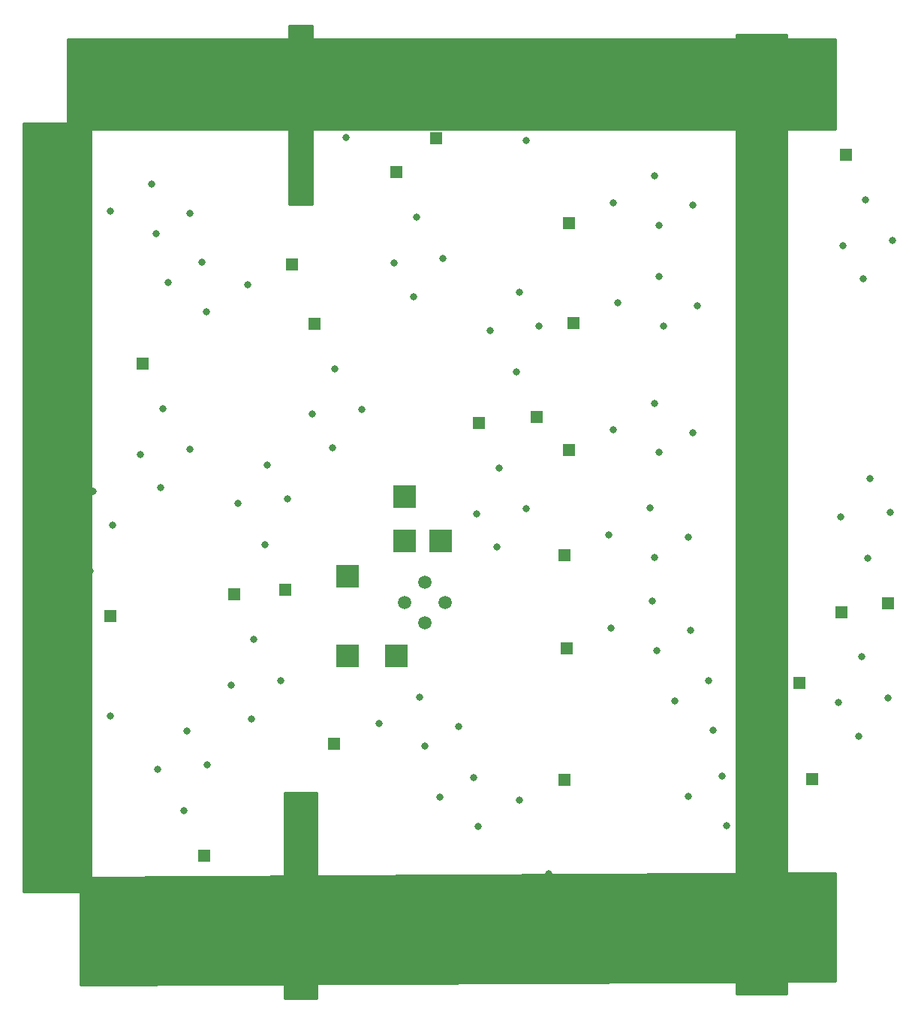
<source format=gbs>
G75*
%MOIN*%
%OFA0B0*%
%FSLAX25Y25*%
%IPPOS*%
%LPD*%
%AMOC8*
5,1,8,0,0,1.08239X$1,22.5*
%
%ADD10C,0.01600*%
%ADD11R,0.05792X0.05792*%
%ADD12C,0.03162*%
%ADD13R,0.05792X0.05792*%
%ADD14C,0.05950*%
%ADD15R,0.10249X0.10249*%
%ADD16C,0.17635*%
D10*
X0082509Y0049044D02*
X0082509Y0096288D01*
X0417154Y0098257D01*
X0417154Y0051013D01*
X0082509Y0049044D01*
X0082509Y0049177D02*
X0105104Y0049177D01*
X0082509Y0050776D02*
X0376850Y0050776D01*
X0373847Y0050776D02*
X0395501Y0050776D01*
X0395501Y0052374D02*
X0373847Y0052374D01*
X0373847Y0053973D02*
X0395501Y0053973D01*
X0395501Y0055571D02*
X0373847Y0055571D01*
X0373847Y0057170D02*
X0395501Y0057170D01*
X0395501Y0058768D02*
X0373847Y0058768D01*
X0373847Y0060367D02*
X0395501Y0060367D01*
X0395501Y0061965D02*
X0373847Y0061965D01*
X0373847Y0063564D02*
X0395501Y0063564D01*
X0395501Y0065162D02*
X0373847Y0065162D01*
X0373847Y0066761D02*
X0395501Y0066761D01*
X0395501Y0068359D02*
X0373847Y0068359D01*
X0373847Y0069958D02*
X0395501Y0069958D01*
X0395501Y0071556D02*
X0373847Y0071556D01*
X0373847Y0073155D02*
X0395501Y0073155D01*
X0395501Y0074753D02*
X0373847Y0074753D01*
X0373847Y0076352D02*
X0395501Y0076352D01*
X0395501Y0077950D02*
X0373847Y0077950D01*
X0373847Y0079549D02*
X0395501Y0079549D01*
X0395501Y0081147D02*
X0373847Y0081147D01*
X0373847Y0082746D02*
X0395501Y0082746D01*
X0395501Y0084344D02*
X0373847Y0084344D01*
X0373847Y0085943D02*
X0395501Y0085943D01*
X0395501Y0087541D02*
X0373847Y0087541D01*
X0373847Y0089140D02*
X0395501Y0089140D01*
X0395501Y0090738D02*
X0373847Y0090738D01*
X0373847Y0092337D02*
X0395501Y0092337D01*
X0395501Y0093935D02*
X0373847Y0093935D01*
X0373847Y0095534D02*
X0395501Y0095534D01*
X0395501Y0097132D02*
X0373847Y0097132D01*
X0373847Y0098731D02*
X0395501Y0098731D01*
X0395501Y0100329D02*
X0373847Y0100329D01*
X0373847Y0101928D02*
X0395501Y0101928D01*
X0395501Y0103526D02*
X0373847Y0103526D01*
X0373847Y0105125D02*
X0395501Y0105125D01*
X0395501Y0106723D02*
X0373847Y0106723D01*
X0373847Y0108322D02*
X0395501Y0108322D01*
X0395501Y0109920D02*
X0373847Y0109920D01*
X0373847Y0111519D02*
X0395501Y0111519D01*
X0395501Y0113117D02*
X0373847Y0113117D01*
X0373847Y0114716D02*
X0395501Y0114716D01*
X0395501Y0116314D02*
X0373847Y0116314D01*
X0373847Y0117913D02*
X0395501Y0117913D01*
X0395501Y0119512D02*
X0373847Y0119512D01*
X0373847Y0121110D02*
X0395501Y0121110D01*
X0395501Y0122709D02*
X0373847Y0122709D01*
X0373847Y0124307D02*
X0395501Y0124307D01*
X0395501Y0125906D02*
X0373847Y0125906D01*
X0373847Y0127504D02*
X0395501Y0127504D01*
X0395501Y0129103D02*
X0373847Y0129103D01*
X0373847Y0130701D02*
X0395501Y0130701D01*
X0395501Y0132300D02*
X0373847Y0132300D01*
X0373847Y0133898D02*
X0395501Y0133898D01*
X0395501Y0135497D02*
X0373847Y0135497D01*
X0373847Y0137095D02*
X0395501Y0137095D01*
X0395501Y0138694D02*
X0373847Y0138694D01*
X0373847Y0140292D02*
X0395501Y0140292D01*
X0395501Y0141891D02*
X0373847Y0141891D01*
X0373847Y0143489D02*
X0395501Y0143489D01*
X0395501Y0145088D02*
X0373847Y0145088D01*
X0373847Y0146686D02*
X0395501Y0146686D01*
X0395501Y0148285D02*
X0373847Y0148285D01*
X0373847Y0149883D02*
X0395501Y0149883D01*
X0395501Y0151482D02*
X0373847Y0151482D01*
X0373847Y0153080D02*
X0395501Y0153080D01*
X0395501Y0154679D02*
X0373847Y0154679D01*
X0373847Y0156277D02*
X0395501Y0156277D01*
X0395501Y0157876D02*
X0373847Y0157876D01*
X0373847Y0159474D02*
X0395501Y0159474D01*
X0395501Y0161073D02*
X0373847Y0161073D01*
X0373847Y0162671D02*
X0395501Y0162671D01*
X0395501Y0164270D02*
X0373847Y0164270D01*
X0373847Y0165868D02*
X0395501Y0165868D01*
X0395501Y0167467D02*
X0373847Y0167467D01*
X0373847Y0169065D02*
X0395501Y0169065D01*
X0395501Y0170664D02*
X0373847Y0170664D01*
X0373847Y0172262D02*
X0395501Y0172262D01*
X0395501Y0173861D02*
X0373847Y0173861D01*
X0373847Y0175459D02*
X0395501Y0175459D01*
X0395501Y0177058D02*
X0373847Y0177058D01*
X0373847Y0178656D02*
X0395501Y0178656D01*
X0395501Y0180255D02*
X0373847Y0180255D01*
X0373847Y0181853D02*
X0395501Y0181853D01*
X0395501Y0183452D02*
X0373847Y0183452D01*
X0373847Y0185050D02*
X0395501Y0185050D01*
X0395501Y0186649D02*
X0373847Y0186649D01*
X0373847Y0188247D02*
X0395501Y0188247D01*
X0395501Y0189846D02*
X0373847Y0189846D01*
X0373847Y0191445D02*
X0395501Y0191445D01*
X0395501Y0193043D02*
X0373847Y0193043D01*
X0373847Y0194642D02*
X0395501Y0194642D01*
X0395501Y0196240D02*
X0373847Y0196240D01*
X0373847Y0197839D02*
X0395501Y0197839D01*
X0395501Y0199437D02*
X0373847Y0199437D01*
X0373847Y0201036D02*
X0395501Y0201036D01*
X0395501Y0202634D02*
X0373847Y0202634D01*
X0373847Y0204233D02*
X0395501Y0204233D01*
X0395501Y0205831D02*
X0373847Y0205831D01*
X0373847Y0207430D02*
X0395501Y0207430D01*
X0395501Y0209028D02*
X0373847Y0209028D01*
X0373847Y0210627D02*
X0395501Y0210627D01*
X0395501Y0212225D02*
X0373847Y0212225D01*
X0373847Y0213824D02*
X0395501Y0213824D01*
X0395501Y0215422D02*
X0373847Y0215422D01*
X0373847Y0217021D02*
X0395501Y0217021D01*
X0395501Y0218619D02*
X0373847Y0218619D01*
X0373847Y0220218D02*
X0395501Y0220218D01*
X0395501Y0221816D02*
X0373847Y0221816D01*
X0373847Y0223415D02*
X0395501Y0223415D01*
X0395501Y0225013D02*
X0373847Y0225013D01*
X0373847Y0226612D02*
X0395501Y0226612D01*
X0395501Y0228210D02*
X0373847Y0228210D01*
X0373847Y0229809D02*
X0395501Y0229809D01*
X0395501Y0231407D02*
X0373847Y0231407D01*
X0373847Y0233006D02*
X0395501Y0233006D01*
X0395501Y0234604D02*
X0373847Y0234604D01*
X0373847Y0236203D02*
X0395501Y0236203D01*
X0395501Y0237801D02*
X0373847Y0237801D01*
X0373847Y0239400D02*
X0395501Y0239400D01*
X0395501Y0240998D02*
X0373847Y0240998D01*
X0373847Y0242597D02*
X0395501Y0242597D01*
X0395501Y0244195D02*
X0373847Y0244195D01*
X0373847Y0245794D02*
X0395501Y0245794D01*
X0395501Y0247392D02*
X0373847Y0247392D01*
X0373847Y0248991D02*
X0395501Y0248991D01*
X0395501Y0250589D02*
X0373847Y0250589D01*
X0373847Y0252188D02*
X0395501Y0252188D01*
X0395501Y0253786D02*
X0373847Y0253786D01*
X0373847Y0255385D02*
X0395501Y0255385D01*
X0395501Y0256983D02*
X0373847Y0256983D01*
X0373847Y0258582D02*
X0395501Y0258582D01*
X0395501Y0260180D02*
X0373847Y0260180D01*
X0373847Y0261779D02*
X0395501Y0261779D01*
X0395501Y0263378D02*
X0373847Y0263378D01*
X0373847Y0264976D02*
X0395501Y0264976D01*
X0395501Y0266575D02*
X0373847Y0266575D01*
X0373847Y0268173D02*
X0395501Y0268173D01*
X0395501Y0269772D02*
X0373847Y0269772D01*
X0373847Y0271370D02*
X0395501Y0271370D01*
X0395501Y0272969D02*
X0373847Y0272969D01*
X0373847Y0274567D02*
X0395501Y0274567D01*
X0395501Y0276166D02*
X0373847Y0276166D01*
X0373847Y0277764D02*
X0395501Y0277764D01*
X0395501Y0279363D02*
X0373847Y0279363D01*
X0373847Y0280961D02*
X0395501Y0280961D01*
X0395501Y0282560D02*
X0373847Y0282560D01*
X0373847Y0284158D02*
X0395501Y0284158D01*
X0395501Y0285757D02*
X0373847Y0285757D01*
X0373847Y0287355D02*
X0395501Y0287355D01*
X0395501Y0288954D02*
X0373847Y0288954D01*
X0373847Y0290552D02*
X0395501Y0290552D01*
X0395501Y0292151D02*
X0373847Y0292151D01*
X0373847Y0293749D02*
X0395501Y0293749D01*
X0395501Y0295348D02*
X0373847Y0295348D01*
X0373847Y0296946D02*
X0395501Y0296946D01*
X0395501Y0298545D02*
X0373847Y0298545D01*
X0373847Y0300143D02*
X0395501Y0300143D01*
X0395501Y0301742D02*
X0373847Y0301742D01*
X0373847Y0303340D02*
X0395501Y0303340D01*
X0395501Y0304939D02*
X0373847Y0304939D01*
X0373847Y0306537D02*
X0395501Y0306537D01*
X0395501Y0308136D02*
X0373847Y0308136D01*
X0373847Y0309734D02*
X0395501Y0309734D01*
X0395501Y0311333D02*
X0373847Y0311333D01*
X0373847Y0312931D02*
X0395501Y0312931D01*
X0395501Y0314530D02*
X0373847Y0314530D01*
X0373847Y0316128D02*
X0395501Y0316128D01*
X0395501Y0317727D02*
X0373847Y0317727D01*
X0373847Y0319325D02*
X0395501Y0319325D01*
X0395501Y0320924D02*
X0373847Y0320924D01*
X0373847Y0322522D02*
X0395501Y0322522D01*
X0395501Y0324121D02*
X0373847Y0324121D01*
X0373847Y0325719D02*
X0395501Y0325719D01*
X0395501Y0327318D02*
X0373847Y0327318D01*
X0373847Y0328916D02*
X0395501Y0328916D01*
X0395501Y0330515D02*
X0373847Y0330515D01*
X0373847Y0332114D02*
X0395501Y0332114D01*
X0395501Y0333712D02*
X0373847Y0333712D01*
X0373847Y0335311D02*
X0395501Y0335311D01*
X0395501Y0336909D02*
X0373847Y0336909D01*
X0373847Y0338508D02*
X0395501Y0338508D01*
X0395501Y0340106D02*
X0373847Y0340106D01*
X0373847Y0341705D02*
X0395501Y0341705D01*
X0395501Y0343303D02*
X0373847Y0343303D01*
X0373847Y0344902D02*
X0395501Y0344902D01*
X0395501Y0346500D02*
X0373847Y0346500D01*
X0373847Y0348099D02*
X0395501Y0348099D01*
X0395501Y0349697D02*
X0373847Y0349697D01*
X0373847Y0351296D02*
X0395501Y0351296D01*
X0395501Y0352894D02*
X0373847Y0352894D01*
X0373847Y0354493D02*
X0395501Y0354493D01*
X0395501Y0356091D02*
X0373847Y0356091D01*
X0373847Y0357690D02*
X0395501Y0357690D01*
X0395501Y0359288D02*
X0373847Y0359288D01*
X0373847Y0360887D02*
X0395501Y0360887D01*
X0395501Y0362485D02*
X0373847Y0362485D01*
X0373847Y0364084D02*
X0395501Y0364084D01*
X0395501Y0365682D02*
X0373847Y0365682D01*
X0373847Y0367281D02*
X0395501Y0367281D01*
X0395501Y0368879D02*
X0373847Y0368879D01*
X0373847Y0370478D02*
X0395501Y0370478D01*
X0395501Y0372076D02*
X0373847Y0372076D01*
X0373847Y0373675D02*
X0395501Y0373675D01*
X0395501Y0375273D02*
X0373847Y0375273D01*
X0373847Y0376872D02*
X0395501Y0376872D01*
X0395501Y0378470D02*
X0373847Y0378470D01*
X0373847Y0380069D02*
X0395501Y0380069D01*
X0395501Y0381667D02*
X0373847Y0381667D01*
X0373847Y0383266D02*
X0395501Y0383266D01*
X0395501Y0384864D02*
X0373847Y0384864D01*
X0373847Y0386463D02*
X0395501Y0386463D01*
X0395501Y0388061D02*
X0373847Y0388061D01*
X0373847Y0389660D02*
X0395501Y0389660D01*
X0395501Y0391258D02*
X0373847Y0391258D01*
X0373847Y0392857D02*
X0395501Y0392857D01*
X0395501Y0394455D02*
X0373847Y0394455D01*
X0373847Y0396054D02*
X0395501Y0396054D01*
X0395501Y0397652D02*
X0373847Y0397652D01*
X0373847Y0399251D02*
X0395501Y0399251D01*
X0395501Y0400849D02*
X0373847Y0400849D01*
X0373847Y0402448D02*
X0395501Y0402448D01*
X0395501Y0404047D02*
X0373847Y0404047D01*
X0373847Y0405645D02*
X0395501Y0405645D01*
X0395501Y0407244D02*
X0373847Y0407244D01*
X0373847Y0408842D02*
X0395501Y0408842D01*
X0395501Y0410441D02*
X0373847Y0410441D01*
X0373847Y0412039D02*
X0395501Y0412039D01*
X0395501Y0413638D02*
X0373847Y0413638D01*
X0373847Y0415236D02*
X0395501Y0415236D01*
X0395501Y0416835D02*
X0373847Y0416835D01*
X0373847Y0418433D02*
X0395501Y0418433D01*
X0395501Y0420032D02*
X0373847Y0420032D01*
X0373847Y0421630D02*
X0395501Y0421630D01*
X0395501Y0423229D02*
X0373847Y0423229D01*
X0373847Y0424827D02*
X0395501Y0424827D01*
X0395501Y0426426D02*
X0373847Y0426426D01*
X0373847Y0428024D02*
X0395501Y0428024D01*
X0395501Y0429623D02*
X0373847Y0429623D01*
X0373847Y0431221D02*
X0395501Y0431221D01*
X0395501Y0432820D02*
X0373847Y0432820D01*
X0373847Y0434418D02*
X0395501Y0434418D01*
X0395501Y0436017D02*
X0373847Y0436017D01*
X0373847Y0437615D02*
X0395501Y0437615D01*
X0395501Y0439214D02*
X0373847Y0439214D01*
X0373847Y0440812D02*
X0395501Y0440812D01*
X0395501Y0442411D02*
X0373847Y0442411D01*
X0373847Y0444009D02*
X0395501Y0444009D01*
X0395501Y0445608D02*
X0373847Y0445608D01*
X0373847Y0447206D02*
X0395501Y0447206D01*
X0395501Y0448805D02*
X0373847Y0448805D01*
X0373847Y0450403D02*
X0395501Y0450403D01*
X0395501Y0452002D02*
X0373847Y0452002D01*
X0373847Y0453600D02*
X0395501Y0453600D01*
X0395501Y0455199D02*
X0373847Y0455199D01*
X0373847Y0456797D02*
X0395501Y0456797D01*
X0395501Y0458396D02*
X0373847Y0458396D01*
X0373847Y0459994D02*
X0395501Y0459994D01*
X0395501Y0461593D02*
X0373847Y0461593D01*
X0373847Y0463191D02*
X0395501Y0463191D01*
X0395501Y0464790D02*
X0373847Y0464790D01*
X0373847Y0466388D02*
X0395501Y0466388D01*
X0395501Y0467987D02*
X0373847Y0467987D01*
X0373847Y0469585D02*
X0395501Y0469585D01*
X0395501Y0470304D02*
X0373847Y0470304D01*
X0373847Y0045107D01*
X0395501Y0045107D01*
X0395501Y0470304D01*
X0417154Y0468335D02*
X0417154Y0428965D01*
X0076603Y0428965D01*
X0076603Y0468335D01*
X0417154Y0468335D01*
X0417154Y0467987D02*
X0076603Y0467987D01*
X0076603Y0466388D02*
X0417154Y0466388D01*
X0417154Y0464790D02*
X0076603Y0464790D01*
X0076603Y0463191D02*
X0417154Y0463191D01*
X0417154Y0461593D02*
X0076603Y0461593D01*
X0076603Y0459994D02*
X0417154Y0459994D01*
X0417154Y0458396D02*
X0076603Y0458396D01*
X0076603Y0456797D02*
X0417154Y0456797D01*
X0417154Y0455199D02*
X0076603Y0455199D01*
X0076603Y0453600D02*
X0417154Y0453600D01*
X0417154Y0452002D02*
X0076603Y0452002D01*
X0076603Y0450403D02*
X0417154Y0450403D01*
X0417154Y0448805D02*
X0076603Y0448805D01*
X0076603Y0447206D02*
X0417154Y0447206D01*
X0417154Y0445608D02*
X0076603Y0445608D01*
X0076603Y0444009D02*
X0417154Y0444009D01*
X0417154Y0442411D02*
X0076603Y0442411D01*
X0076603Y0440812D02*
X0417154Y0440812D01*
X0417154Y0439214D02*
X0076603Y0439214D01*
X0076603Y0437615D02*
X0417154Y0437615D01*
X0417154Y0436017D02*
X0076603Y0436017D01*
X0076603Y0434418D02*
X0417154Y0434418D01*
X0417154Y0432820D02*
X0076603Y0432820D01*
X0076603Y0431221D02*
X0417154Y0431221D01*
X0417154Y0429623D02*
X0076603Y0429623D01*
X0086446Y0429623D02*
X0056918Y0429623D01*
X0056918Y0430934D02*
X0086446Y0430934D01*
X0086446Y0090383D01*
X0056918Y0090383D01*
X0056918Y0430934D01*
X0056918Y0428024D02*
X0086446Y0428024D01*
X0086446Y0426426D02*
X0056918Y0426426D01*
X0056918Y0424827D02*
X0086446Y0424827D01*
X0086446Y0423229D02*
X0056918Y0423229D01*
X0056918Y0421630D02*
X0086446Y0421630D01*
X0086446Y0420032D02*
X0056918Y0420032D01*
X0056918Y0418433D02*
X0086446Y0418433D01*
X0086446Y0416835D02*
X0056918Y0416835D01*
X0056918Y0415236D02*
X0086446Y0415236D01*
X0086446Y0413638D02*
X0056918Y0413638D01*
X0056918Y0412039D02*
X0086446Y0412039D01*
X0086446Y0410441D02*
X0056918Y0410441D01*
X0056918Y0408842D02*
X0086446Y0408842D01*
X0086446Y0407244D02*
X0056918Y0407244D01*
X0056918Y0405645D02*
X0086446Y0405645D01*
X0086446Y0404047D02*
X0056918Y0404047D01*
X0056918Y0402448D02*
X0086446Y0402448D01*
X0086446Y0400849D02*
X0056918Y0400849D01*
X0056918Y0399251D02*
X0086446Y0399251D01*
X0086446Y0397652D02*
X0056918Y0397652D01*
X0056918Y0396054D02*
X0086446Y0396054D01*
X0086446Y0394455D02*
X0056918Y0394455D01*
X0056918Y0392857D02*
X0086446Y0392857D01*
X0086446Y0391258D02*
X0056918Y0391258D01*
X0056918Y0389660D02*
X0086446Y0389660D01*
X0086446Y0388061D02*
X0056918Y0388061D01*
X0056918Y0386463D02*
X0086446Y0386463D01*
X0086446Y0384864D02*
X0056918Y0384864D01*
X0056918Y0383266D02*
X0086446Y0383266D01*
X0086446Y0381667D02*
X0056918Y0381667D01*
X0056918Y0380069D02*
X0086446Y0380069D01*
X0086446Y0378470D02*
X0056918Y0378470D01*
X0056918Y0376872D02*
X0086446Y0376872D01*
X0086446Y0375273D02*
X0056918Y0375273D01*
X0056918Y0373675D02*
X0086446Y0373675D01*
X0086446Y0372076D02*
X0056918Y0372076D01*
X0056918Y0370478D02*
X0086446Y0370478D01*
X0086446Y0368879D02*
X0056918Y0368879D01*
X0056918Y0367281D02*
X0086446Y0367281D01*
X0086446Y0365682D02*
X0056918Y0365682D01*
X0056918Y0364084D02*
X0086446Y0364084D01*
X0086446Y0362485D02*
X0056918Y0362485D01*
X0056918Y0360887D02*
X0086446Y0360887D01*
X0086446Y0359288D02*
X0056918Y0359288D01*
X0056918Y0357690D02*
X0086446Y0357690D01*
X0086446Y0356091D02*
X0056918Y0356091D01*
X0056918Y0354493D02*
X0086446Y0354493D01*
X0086446Y0352894D02*
X0056918Y0352894D01*
X0056918Y0351296D02*
X0086446Y0351296D01*
X0086446Y0349697D02*
X0056918Y0349697D01*
X0056918Y0348099D02*
X0086446Y0348099D01*
X0086446Y0346500D02*
X0056918Y0346500D01*
X0056918Y0344902D02*
X0086446Y0344902D01*
X0086446Y0343303D02*
X0056918Y0343303D01*
X0056918Y0341705D02*
X0086446Y0341705D01*
X0086446Y0340106D02*
X0056918Y0340106D01*
X0056918Y0338508D02*
X0086446Y0338508D01*
X0086446Y0336909D02*
X0056918Y0336909D01*
X0056918Y0335311D02*
X0086446Y0335311D01*
X0086446Y0333712D02*
X0056918Y0333712D01*
X0056918Y0332114D02*
X0086446Y0332114D01*
X0086446Y0330515D02*
X0056918Y0330515D01*
X0056918Y0328916D02*
X0086446Y0328916D01*
X0086446Y0327318D02*
X0056918Y0327318D01*
X0056918Y0325719D02*
X0086446Y0325719D01*
X0086446Y0324121D02*
X0056918Y0324121D01*
X0056918Y0322522D02*
X0086446Y0322522D01*
X0086446Y0320924D02*
X0056918Y0320924D01*
X0056918Y0319325D02*
X0086446Y0319325D01*
X0086446Y0317727D02*
X0056918Y0317727D01*
X0056918Y0316128D02*
X0086446Y0316128D01*
X0086446Y0314530D02*
X0056918Y0314530D01*
X0056918Y0312931D02*
X0086446Y0312931D01*
X0086446Y0311333D02*
X0056918Y0311333D01*
X0056918Y0309734D02*
X0086446Y0309734D01*
X0086446Y0308136D02*
X0056918Y0308136D01*
X0056918Y0306537D02*
X0086446Y0306537D01*
X0086446Y0304939D02*
X0056918Y0304939D01*
X0056918Y0303340D02*
X0086446Y0303340D01*
X0086446Y0301742D02*
X0056918Y0301742D01*
X0056918Y0300143D02*
X0086446Y0300143D01*
X0086446Y0298545D02*
X0056918Y0298545D01*
X0056918Y0296946D02*
X0086446Y0296946D01*
X0086446Y0295348D02*
X0056918Y0295348D01*
X0056918Y0293749D02*
X0086446Y0293749D01*
X0086446Y0292151D02*
X0056918Y0292151D01*
X0056918Y0290552D02*
X0086446Y0290552D01*
X0086446Y0288954D02*
X0056918Y0288954D01*
X0056918Y0287355D02*
X0086446Y0287355D01*
X0086446Y0285757D02*
X0056918Y0285757D01*
X0056918Y0284158D02*
X0086446Y0284158D01*
X0086446Y0282560D02*
X0056918Y0282560D01*
X0056918Y0280961D02*
X0086446Y0280961D01*
X0086446Y0279363D02*
X0056918Y0279363D01*
X0056918Y0277764D02*
X0086446Y0277764D01*
X0086446Y0276166D02*
X0056918Y0276166D01*
X0056918Y0274567D02*
X0086446Y0274567D01*
X0086446Y0272969D02*
X0056918Y0272969D01*
X0056918Y0271370D02*
X0086446Y0271370D01*
X0086446Y0269772D02*
X0056918Y0269772D01*
X0056918Y0268173D02*
X0086446Y0268173D01*
X0086446Y0266575D02*
X0056918Y0266575D01*
X0056918Y0264976D02*
X0086446Y0264976D01*
X0086446Y0263378D02*
X0056918Y0263378D01*
X0056918Y0261779D02*
X0086446Y0261779D01*
X0086446Y0260180D02*
X0056918Y0260180D01*
X0056918Y0258582D02*
X0086446Y0258582D01*
X0086446Y0256983D02*
X0056918Y0256983D01*
X0056918Y0255385D02*
X0086446Y0255385D01*
X0086446Y0253786D02*
X0056918Y0253786D01*
X0056918Y0252188D02*
X0086446Y0252188D01*
X0086446Y0250589D02*
X0056918Y0250589D01*
X0056918Y0248991D02*
X0086446Y0248991D01*
X0086446Y0247392D02*
X0056918Y0247392D01*
X0056918Y0245794D02*
X0086446Y0245794D01*
X0086446Y0244195D02*
X0056918Y0244195D01*
X0056918Y0242597D02*
X0086446Y0242597D01*
X0086446Y0240998D02*
X0056918Y0240998D01*
X0056918Y0239400D02*
X0086446Y0239400D01*
X0086446Y0237801D02*
X0056918Y0237801D01*
X0056918Y0236203D02*
X0086446Y0236203D01*
X0086446Y0234604D02*
X0056918Y0234604D01*
X0056918Y0233006D02*
X0086446Y0233006D01*
X0086446Y0231407D02*
X0056918Y0231407D01*
X0056918Y0229809D02*
X0086446Y0229809D01*
X0086446Y0228210D02*
X0056918Y0228210D01*
X0056918Y0226612D02*
X0086446Y0226612D01*
X0086446Y0225013D02*
X0056918Y0225013D01*
X0056918Y0223415D02*
X0086446Y0223415D01*
X0086446Y0221816D02*
X0056918Y0221816D01*
X0056918Y0220218D02*
X0086446Y0220218D01*
X0086446Y0218619D02*
X0056918Y0218619D01*
X0056918Y0217021D02*
X0086446Y0217021D01*
X0086446Y0215422D02*
X0056918Y0215422D01*
X0056918Y0213824D02*
X0086446Y0213824D01*
X0086446Y0212225D02*
X0056918Y0212225D01*
X0056918Y0210627D02*
X0086446Y0210627D01*
X0086446Y0209028D02*
X0056918Y0209028D01*
X0056918Y0207430D02*
X0086446Y0207430D01*
X0086446Y0205831D02*
X0056918Y0205831D01*
X0056918Y0204233D02*
X0086446Y0204233D01*
X0086446Y0202634D02*
X0056918Y0202634D01*
X0056918Y0201036D02*
X0086446Y0201036D01*
X0086446Y0199437D02*
X0056918Y0199437D01*
X0056918Y0197839D02*
X0086446Y0197839D01*
X0086446Y0196240D02*
X0056918Y0196240D01*
X0056918Y0194642D02*
X0086446Y0194642D01*
X0086446Y0193043D02*
X0056918Y0193043D01*
X0056918Y0191445D02*
X0086446Y0191445D01*
X0086446Y0189846D02*
X0056918Y0189846D01*
X0056918Y0188247D02*
X0086446Y0188247D01*
X0086446Y0186649D02*
X0056918Y0186649D01*
X0056918Y0185050D02*
X0086446Y0185050D01*
X0086446Y0183452D02*
X0056918Y0183452D01*
X0056918Y0181853D02*
X0086446Y0181853D01*
X0086446Y0180255D02*
X0056918Y0180255D01*
X0056918Y0178656D02*
X0086446Y0178656D01*
X0086446Y0177058D02*
X0056918Y0177058D01*
X0056918Y0175459D02*
X0086446Y0175459D01*
X0086446Y0173861D02*
X0056918Y0173861D01*
X0056918Y0172262D02*
X0086446Y0172262D01*
X0086446Y0170664D02*
X0056918Y0170664D01*
X0056918Y0169065D02*
X0086446Y0169065D01*
X0086446Y0167467D02*
X0056918Y0167467D01*
X0056918Y0165868D02*
X0086446Y0165868D01*
X0086446Y0164270D02*
X0056918Y0164270D01*
X0056918Y0162671D02*
X0086446Y0162671D01*
X0086446Y0161073D02*
X0056918Y0161073D01*
X0056918Y0159474D02*
X0086446Y0159474D01*
X0086446Y0157876D02*
X0056918Y0157876D01*
X0056918Y0156277D02*
X0086446Y0156277D01*
X0086446Y0154679D02*
X0056918Y0154679D01*
X0056918Y0153080D02*
X0086446Y0153080D01*
X0086446Y0151482D02*
X0056918Y0151482D01*
X0056918Y0149883D02*
X0086446Y0149883D01*
X0086446Y0148285D02*
X0056918Y0148285D01*
X0056918Y0146686D02*
X0086446Y0146686D01*
X0086446Y0145088D02*
X0056918Y0145088D01*
X0056918Y0143489D02*
X0086446Y0143489D01*
X0086446Y0141891D02*
X0056918Y0141891D01*
X0056918Y0140292D02*
X0086446Y0140292D01*
X0086446Y0138694D02*
X0056918Y0138694D01*
X0056918Y0137095D02*
X0086446Y0137095D01*
X0086446Y0135497D02*
X0056918Y0135497D01*
X0056918Y0133898D02*
X0086446Y0133898D01*
X0086446Y0132300D02*
X0056918Y0132300D01*
X0056918Y0130701D02*
X0086446Y0130701D01*
X0086446Y0129103D02*
X0056918Y0129103D01*
X0056918Y0127504D02*
X0086446Y0127504D01*
X0086446Y0125906D02*
X0056918Y0125906D01*
X0056918Y0124307D02*
X0086446Y0124307D01*
X0086446Y0122709D02*
X0056918Y0122709D01*
X0056918Y0121110D02*
X0086446Y0121110D01*
X0086446Y0119512D02*
X0056918Y0119512D01*
X0056918Y0117913D02*
X0086446Y0117913D01*
X0086446Y0116314D02*
X0056918Y0116314D01*
X0056918Y0114716D02*
X0086446Y0114716D01*
X0086446Y0113117D02*
X0056918Y0113117D01*
X0056918Y0111519D02*
X0086446Y0111519D01*
X0086446Y0109920D02*
X0056918Y0109920D01*
X0056918Y0108322D02*
X0086446Y0108322D01*
X0086446Y0106723D02*
X0056918Y0106723D01*
X0056918Y0105125D02*
X0086446Y0105125D01*
X0086446Y0103526D02*
X0056918Y0103526D01*
X0056918Y0101928D02*
X0086446Y0101928D01*
X0086446Y0100329D02*
X0056918Y0100329D01*
X0056918Y0098731D02*
X0086446Y0098731D01*
X0086446Y0097132D02*
X0056918Y0097132D01*
X0056918Y0095534D02*
X0086446Y0095534D01*
X0086446Y0093935D02*
X0056918Y0093935D01*
X0056918Y0092337D02*
X0086446Y0092337D01*
X0086446Y0090738D02*
X0056918Y0090738D01*
X0082509Y0090738D02*
X0417154Y0090738D01*
X0417154Y0089140D02*
X0082509Y0089140D01*
X0082509Y0087541D02*
X0417154Y0087541D01*
X0417154Y0085943D02*
X0082509Y0085943D01*
X0082509Y0084344D02*
X0417154Y0084344D01*
X0417154Y0082746D02*
X0082509Y0082746D01*
X0082509Y0081147D02*
X0417154Y0081147D01*
X0417154Y0079549D02*
X0082509Y0079549D01*
X0082509Y0077950D02*
X0417154Y0077950D01*
X0417154Y0076352D02*
X0082509Y0076352D01*
X0082509Y0074753D02*
X0417154Y0074753D01*
X0417154Y0073155D02*
X0082509Y0073155D01*
X0082509Y0071556D02*
X0417154Y0071556D01*
X0417154Y0069958D02*
X0082509Y0069958D01*
X0082509Y0068359D02*
X0417154Y0068359D01*
X0417154Y0066761D02*
X0082509Y0066761D01*
X0082509Y0065162D02*
X0417154Y0065162D01*
X0417154Y0063564D02*
X0082509Y0063564D01*
X0082509Y0061965D02*
X0417154Y0061965D01*
X0417154Y0060367D02*
X0082509Y0060367D01*
X0082509Y0058768D02*
X0417154Y0058768D01*
X0417154Y0057170D02*
X0082509Y0057170D01*
X0082509Y0055571D02*
X0417154Y0055571D01*
X0417154Y0053973D02*
X0082509Y0053973D01*
X0082509Y0052374D02*
X0417154Y0052374D01*
X0395501Y0049177D02*
X0373847Y0049177D01*
X0373847Y0047578D02*
X0395501Y0047578D01*
X0395501Y0045980D02*
X0373847Y0045980D01*
X0417154Y0092337D02*
X0082509Y0092337D01*
X0082509Y0093935D02*
X0417154Y0093935D01*
X0417154Y0095534D02*
X0082509Y0095534D01*
X0173060Y0095534D02*
X0186839Y0095534D01*
X0186839Y0097132D02*
X0173060Y0097132D01*
X0173060Y0098731D02*
X0186839Y0098731D01*
X0186839Y0100329D02*
X0173060Y0100329D01*
X0173060Y0101928D02*
X0186839Y0101928D01*
X0186839Y0103526D02*
X0173060Y0103526D01*
X0173060Y0105125D02*
X0186839Y0105125D01*
X0186839Y0106723D02*
X0173060Y0106723D01*
X0173060Y0108322D02*
X0186839Y0108322D01*
X0186839Y0109920D02*
X0173060Y0109920D01*
X0173060Y0111519D02*
X0186839Y0111519D01*
X0186839Y0113117D02*
X0173060Y0113117D01*
X0173060Y0114716D02*
X0186839Y0114716D01*
X0186839Y0116314D02*
X0173060Y0116314D01*
X0173060Y0117913D02*
X0186839Y0117913D01*
X0186839Y0119512D02*
X0173060Y0119512D01*
X0173060Y0121110D02*
X0186839Y0121110D01*
X0186839Y0122709D02*
X0173060Y0122709D01*
X0173060Y0124307D02*
X0186839Y0124307D01*
X0186839Y0125906D02*
X0173060Y0125906D01*
X0173060Y0127504D02*
X0186839Y0127504D01*
X0186839Y0129103D02*
X0173060Y0129103D01*
X0173060Y0130701D02*
X0186839Y0130701D01*
X0186839Y0132300D02*
X0173060Y0132300D01*
X0173060Y0133690D02*
X0186839Y0133690D01*
X0186839Y0043139D01*
X0173060Y0043139D01*
X0173060Y0133690D01*
X0173060Y0093935D02*
X0186839Y0093935D01*
X0186839Y0092337D02*
X0173060Y0092337D01*
X0173060Y0090738D02*
X0186839Y0090738D01*
X0186839Y0089140D02*
X0173060Y0089140D01*
X0173060Y0087541D02*
X0186839Y0087541D01*
X0186839Y0085943D02*
X0173060Y0085943D01*
X0173060Y0084344D02*
X0186839Y0084344D01*
X0186839Y0082746D02*
X0173060Y0082746D01*
X0173060Y0081147D02*
X0186839Y0081147D01*
X0186839Y0079549D02*
X0173060Y0079549D01*
X0173060Y0077950D02*
X0186839Y0077950D01*
X0186839Y0076352D02*
X0173060Y0076352D01*
X0173060Y0074753D02*
X0186839Y0074753D01*
X0186839Y0073155D02*
X0173060Y0073155D01*
X0173060Y0071556D02*
X0186839Y0071556D01*
X0186839Y0069958D02*
X0173060Y0069958D01*
X0173060Y0068359D02*
X0186839Y0068359D01*
X0186839Y0066761D02*
X0173060Y0066761D01*
X0173060Y0065162D02*
X0186839Y0065162D01*
X0186839Y0063564D02*
X0173060Y0063564D01*
X0173060Y0061965D02*
X0186839Y0061965D01*
X0186839Y0060367D02*
X0173060Y0060367D01*
X0173060Y0058768D02*
X0186839Y0058768D01*
X0186839Y0057170D02*
X0173060Y0057170D01*
X0173060Y0055571D02*
X0186839Y0055571D01*
X0186839Y0053973D02*
X0173060Y0053973D01*
X0173060Y0052374D02*
X0186839Y0052374D01*
X0186839Y0050776D02*
X0173060Y0050776D01*
X0173060Y0049177D02*
X0186839Y0049177D01*
X0186839Y0047578D02*
X0173060Y0047578D01*
X0173060Y0045980D02*
X0186839Y0045980D01*
X0186839Y0044381D02*
X0173060Y0044381D01*
X0226015Y0097132D02*
X0417154Y0097132D01*
X0184871Y0395501D02*
X0175028Y0395501D01*
X0175028Y0474241D01*
X0184871Y0474241D01*
X0184871Y0395501D01*
X0184871Y0396054D02*
X0175028Y0396054D01*
X0175028Y0397652D02*
X0184871Y0397652D01*
X0184871Y0399251D02*
X0175028Y0399251D01*
X0175028Y0400849D02*
X0184871Y0400849D01*
X0184871Y0402448D02*
X0175028Y0402448D01*
X0175028Y0404047D02*
X0184871Y0404047D01*
X0184871Y0405645D02*
X0175028Y0405645D01*
X0175028Y0407244D02*
X0184871Y0407244D01*
X0184871Y0408842D02*
X0175028Y0408842D01*
X0175028Y0410441D02*
X0184871Y0410441D01*
X0184871Y0412039D02*
X0175028Y0412039D01*
X0175028Y0413638D02*
X0184871Y0413638D01*
X0184871Y0415236D02*
X0175028Y0415236D01*
X0175028Y0416835D02*
X0184871Y0416835D01*
X0184871Y0418433D02*
X0175028Y0418433D01*
X0175028Y0420032D02*
X0184871Y0420032D01*
X0184871Y0421630D02*
X0175028Y0421630D01*
X0175028Y0423229D02*
X0184871Y0423229D01*
X0184871Y0424827D02*
X0175028Y0424827D01*
X0175028Y0426426D02*
X0184871Y0426426D01*
X0184871Y0428024D02*
X0175028Y0428024D01*
X0175028Y0429623D02*
X0184871Y0429623D01*
X0184871Y0431221D02*
X0175028Y0431221D01*
X0175028Y0432820D02*
X0184871Y0432820D01*
X0184871Y0434418D02*
X0175028Y0434418D01*
X0175028Y0436017D02*
X0184871Y0436017D01*
X0184871Y0437615D02*
X0175028Y0437615D01*
X0175028Y0439214D02*
X0184871Y0439214D01*
X0184871Y0440812D02*
X0175028Y0440812D01*
X0175028Y0442411D02*
X0184871Y0442411D01*
X0184871Y0444009D02*
X0175028Y0444009D01*
X0175028Y0445608D02*
X0184871Y0445608D01*
X0184871Y0447206D02*
X0175028Y0447206D01*
X0175028Y0448805D02*
X0184871Y0448805D01*
X0184871Y0450403D02*
X0175028Y0450403D01*
X0175028Y0452002D02*
X0184871Y0452002D01*
X0184871Y0453600D02*
X0175028Y0453600D01*
X0175028Y0455199D02*
X0184871Y0455199D01*
X0184871Y0456797D02*
X0175028Y0456797D01*
X0175028Y0458396D02*
X0184871Y0458396D01*
X0184871Y0459994D02*
X0175028Y0459994D01*
X0175028Y0461593D02*
X0184871Y0461593D01*
X0184871Y0463191D02*
X0175028Y0463191D01*
X0175028Y0464790D02*
X0184871Y0464790D01*
X0184871Y0466388D02*
X0175028Y0466388D01*
X0175028Y0467987D02*
X0184871Y0467987D01*
X0184871Y0469585D02*
X0175028Y0469585D01*
X0175028Y0471184D02*
X0184871Y0471184D01*
X0184871Y0472783D02*
X0175028Y0472783D01*
D11*
X0238020Y0445855D03*
X0239989Y0424674D03*
X0222312Y0409359D03*
X0176091Y0368414D03*
X0186091Y0342194D03*
X0259202Y0298139D03*
X0284831Y0301013D03*
X0298965Y0286091D03*
X0296997Y0239635D03*
X0297981Y0198178D03*
X0296997Y0139950D03*
X0251879Y0077430D03*
X0194792Y0155776D03*
X0137194Y0106288D03*
X0074674Y0206367D03*
X0095461Y0212587D03*
X0150265Y0222115D03*
X0173020Y0224320D03*
X0109713Y0324477D03*
X0075540Y0383217D03*
X0299044Y0386879D03*
X0301013Y0342391D03*
X0421918Y0417154D03*
X0440737Y0218335D03*
X0419950Y0214320D03*
X0401328Y0182863D03*
X0407233Y0140343D03*
D12*
X0387391Y0131367D03*
X0369123Y0119477D03*
X0352115Y0132469D03*
X0367076Y0141406D03*
X0363217Y0161997D03*
X0346209Y0174989D03*
X0361170Y0183926D03*
X0381485Y0173887D03*
X0418887Y0174162D03*
X0427824Y0159202D03*
X0440816Y0176209D03*
X0428926Y0194477D03*
X0431761Y0238178D03*
X0419871Y0256446D03*
X0432863Y0273454D03*
X0441800Y0258493D03*
X0354083Y0293965D03*
X0339123Y0285028D03*
X0318808Y0295068D03*
X0337076Y0306957D03*
X0341170Y0341328D03*
X0356131Y0350265D03*
X0339123Y0363257D03*
X0320855Y0351367D03*
X0285894Y0341170D03*
X0276957Y0356131D03*
X0263965Y0339123D03*
X0275855Y0320855D03*
X0268178Y0278296D03*
X0280068Y0260028D03*
X0258139Y0257981D03*
X0267076Y0243020D03*
X0316839Y0248611D03*
X0335107Y0260501D03*
X0352115Y0247509D03*
X0337154Y0238572D03*
X0336091Y0219044D03*
X0353099Y0206052D03*
X0338139Y0197115D03*
X0317824Y0207154D03*
X0249910Y0163650D03*
X0234950Y0154713D03*
X0214635Y0164753D03*
X0232902Y0176643D03*
X0256839Y0141013D03*
X0241879Y0132076D03*
X0258887Y0119083D03*
X0277154Y0130973D03*
X0289989Y0098296D03*
X0306997Y0085304D03*
X0292036Y0076367D03*
X0271721Y0086406D03*
X0196173Y0082055D03*
X0179888Y0075852D03*
X0161625Y0089266D03*
X0181679Y0097803D03*
X0138257Y0146446D03*
X0129320Y0161406D03*
X0116328Y0144398D03*
X0128217Y0126131D03*
X0158139Y0166997D03*
X0149202Y0181957D03*
X0171131Y0184005D03*
X0159241Y0202272D03*
X0164044Y0244162D03*
X0152154Y0262430D03*
X0165146Y0279438D03*
X0174083Y0264477D03*
X0193965Y0287076D03*
X0185028Y0302036D03*
X0206957Y0304083D03*
X0195068Y0322351D03*
X0230186Y0354241D03*
X0221249Y0369202D03*
X0243178Y0371249D03*
X0231288Y0389517D03*
X0199910Y0424989D03*
X0182902Y0437981D03*
X0197863Y0446918D03*
X0218178Y0436879D03*
X0259831Y0433650D03*
X0278099Y0445540D03*
X0295107Y0432548D03*
X0280146Y0423611D03*
X0318887Y0395855D03*
X0337154Y0407745D03*
X0354162Y0394753D03*
X0339202Y0385816D03*
X0420855Y0376997D03*
X0429792Y0362036D03*
X0442784Y0379044D03*
X0430894Y0397312D03*
X0156249Y0359438D03*
X0137981Y0347548D03*
X0120973Y0360540D03*
X0135934Y0369477D03*
X0130658Y0391091D03*
X0115698Y0382154D03*
X0095383Y0392194D03*
X0113650Y0404083D03*
X0118690Y0304635D03*
X0130580Y0286367D03*
X0117587Y0269359D03*
X0108650Y0284320D03*
X0087587Y0267706D03*
X0096524Y0252745D03*
X0074595Y0250698D03*
X0086485Y0232430D03*
X0083650Y0186524D03*
X0095540Y0168257D03*
X0082548Y0151249D03*
X0073611Y0166209D03*
D13*
G36*
X0143879Y0086221D02*
X0142874Y0080518D01*
X0137171Y0081523D01*
X0138176Y0087226D01*
X0143879Y0086221D01*
G37*
D14*
X0234989Y0209383D03*
X0225961Y0218414D03*
X0234989Y0227446D03*
X0244017Y0218414D03*
D15*
X0222272Y0194713D03*
X0200619Y0194713D03*
X0200619Y0230146D03*
X0226209Y0245894D03*
X0241957Y0245894D03*
X0226209Y0265580D03*
D16*
X0116761Y0442745D03*
X0384477Y0442745D03*
X0384477Y0082509D03*
X0116761Y0082509D03*
M02*

</source>
